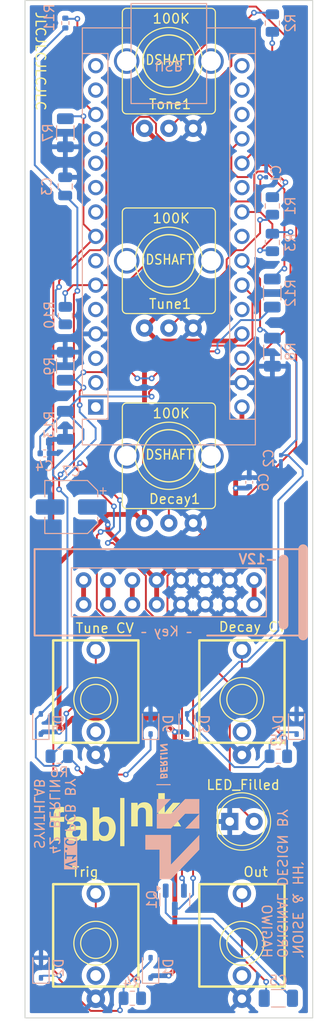
<source format=kicad_pcb>
(kicad_pcb (version 20240108) (generator "pcbnew") (generator_version "8.0")
  (layers (0 "F.Cu" signal) (31 "B.Cu" signal) (34 "B.Paste" user) (35 "F.Paste" user) (36 "B.SilkS" user "B.Silkscreen") (37 "F.SilkS" user "F.Silkscreen") (38 "B.Mask" user) (39 "F.Mask" user) (44 "Edge.Cuts" user))
  (net 0 "")
  (net 1 "A3")
  (net 2 "GND")
  (net 3 "A5")
  (net 7 "A1")
  (net 9 "+5V")
  (net 10 "D10")
  (net 14 "A0")
  (net 15 "D5")
  (net 19 "D3")
  (net 20 "A6")
  (net 29 "+12V")
  (net 30 "Net-(Q1-C)")
  (net 31 "Net-(Q1-B)")
  (net 32 "Net-(C5-Pad2)")
  (net 33 "Net-(Q1-E)")
  (net 34 "Net-(D7-A)")
  (net 35 "Net-(Decay1-Pad2)")
  (net 36 "Net-(J1-PadT)")
  (net 39 "Net-(J2-PadT)")
  (net 41 "Net-(J3-PadT)")
  (net 42 "Net-(J4-P16)")
  (net 43 "Net-(J4-P1)")
  (net 44 "Net-(J4-P3)")
  (net 45 "Net-(J4-P6)")
  (net 47 "Net-(R1-Pad1)")
  (net 48 "Net-(R2-Pad1)")
  (footprint "Library:EighthInch_PJ398SM_T_TN_S" (layer "F.Cu") (at 58.434 149.036343 -90)
    (property "Reference" "J1" (hide yes))
    (property "Value" "Trig")
  )
  (footprint "Library:EighthInch_PJ398SM_T_TN_S" (layer "F.Cu") (at 58.434 123.636343 -90)
    (property "Reference" "J3" (hide yes))
    (property "Value" "Tune CV")
  )
  (footprint "Library:Pot_9mm_DShaft_RemovedPins4_5" (layer "F.Cu") (at 66.053837 98.2345 180)
    (property "Reference" "Decay1")
    (property "Value" "100K")
  )
  (footprint "Library:EighthInch_PJ398SM_T_TN_S" (layer "F.Cu") (at 73.674 149.036343 -90)
    (property "Reference" "J5" (hide yes))
    (property "Value" "Out")
  )
  (footprint "Library:EighthInch_PJ398SM_T_TN_S" (layer "F.Cu") (at 73.674 123.636343 -90)
    (property "Reference" "J2" (hide yes))
    (property "Value" "Decay CV")
  )
  (footprint "LED_THT:LED_D5.0mm" (layer "F.Cu") (at 72.404 136.336343)
    (property "Reference" "D7" (hide yes))
    (property "Value" "LED_Filled")
  )
  (footprint "Library:Pot_9mm_DShaft_RemovedPins4_5" (layer "F.Cu") (at 66.054 77.916343 180)
    (property "Reference" "Tune1")
    (property "Value" "100K")
  )
  (footprint "Library:Pot_9mm_DShaft_RemovedPins4_5" (layer "F.Cu") (at 66.053837 57.1119 180)
    (property "Reference" "Tone1")
    (property "Value" "100K")
  )
  (footprint "Capacitor_SMD:C_0805_2012Metric" (layer "B.Cu") (at 55.245 70.17 90)
    (property "Reference" "C3")
    (property "Value" "22nF (223)")
  )
  (footprint "Resistor_SMD:R_0402_1005Metric" (layer "B.Cu") (at 55.259 53.151343 -90)
    (property "Reference" "R11")
    (property "Value" "470")
  )
  (footprint "Capacitor_SMD:C_0201_0603Metric" (layer "B.Cu") (at 77.738 98.490343 -90)
    (property "Reference" "C2")
    (property "Value" "100pF (101)")
  )
  (footprint "Diode_SMD:D_SOD-323" (layer "B.Cu") (at 64.149 126.176343 90)
    (property "Reference" "D6")
    (property "Value" "BAT43")
  )
  (footprint "Package_TO_SOT_SMD:SOT-23" (layer "B.Cu") (at 66.675 144.4775 -90)
    (property "Reference" "Q1")
    (property "Value" "2SC1815")
  )
  (footprint "Capacitor_SMD:C_1206_3216Metric" (layer "B.Cu") (at 77.47 154.751343 180)
    (property "Reference" "C5")
    (property "Value" "2.2uF (225)")
  )
  (footprint "Library:Pins_2x08_2.54mm_TH_EuroPower_Shrouded_Minimal" (layer "B.Cu") (at 66.054 112.460343 -90)
    (property "Reference" "J4" (hide yes))
    (property "Value" "Eurorack_Power_16pin_Shrouded" (hide yes))
  )
  (footprint "Resistor_SMD:R_1206_3216Metric" (layer "B.Cu") (at 76.849 87.441343 -90)
    (property "Reference" "R8")
    (property "Value" "100K")
  )
  (footprint "Resistor_SMD:R_1206_3216Metric" (layer "B.Cu") (at 76.835 81.28 -90)
    (property "Reference" "R12")
    (property "Value" "2.7K")
  )
  (footprint "Diode_SMD:D_SOD-323" (layer "B.Cu") (at 64.149 151.576343 90)
    (property "Reference" "D1")
    (property "Value" "BAT43")
  )
  (footprint "Resistor_SMD:R_1206_3216Metric" (layer "B.Cu") (at 55.259 64.581343 -90)
    (property "Reference" "R7")
    (property "Value" "100K")
  )
  (footprint "Diode_SMD:D_SOD-323" (layer "B.Cu") (at 52.705 126.176343 90)
    (property "Reference" "D5")
    (property "Value" "BAT43")
  )
  (footprint "Capacitor_SMD:C_0201_0603Metric" (layer "B.Cu") (at 76.2 68.895 90)
    (property "Reference" "C1")
    (property "Value" "100pF (101)")
  )
  (footprint "Capacitor_SMD:CP_Elec_5x5.4" (layer "B.Cu") (at 55.88 103.570343 180)
    (property "Reference" "C7")
    (property "Value" "10uF")
  )
  (footprint "Diode_SMD:D_SOD-323" (layer "B.Cu") (at 67.959 126.176343 90)
    (property "Reference" "D3")
    (property "Value" "BAT43")
  )
  (footprint "Resistor_SMD:R_1206_3216Metric" (layer "B.Cu") (at 55.245 88.9 90)
    (property "Reference" "R9")
    (property "Value" "100K")
  )
  (footprint "Capacitor_SMD:C_0402_1005Metric" (layer "B.Cu") (at 74.436 100.990343 90)
    (property "Reference" "C6")
    (property "Value" "100nF (104)")
  )
  (footprint "Diode_SMD:D_SOD-323" (layer "B.Cu") (at 52.719 151.576343 90)
    (property "Reference" "D2")
    (property "Value" "BAT43")
  )
  (footprint "Resistor_SMD:R_0805_2012Metric" (layer "B.Cu") (at 76.849 76.011343 -90)
    (property "Reference" "R3")
    (property "Value" "1K")
  )
  (footprint "Diode_SMD:D_SOD-323" (layer "B.Cu") (at 79.375 126.176343 90)
    (property "Reference" "D4")
    (property "Value" "BAT43")
  )
  (footprint "Resistor_SMD:R_0805_2012Metric" (layer "B.Cu") (at 54.624 129.54)
    (property "Reference" "R6")
    (property "Value" "1K")
  )
  (footprint "Resistor_SMD:R_0805_2012Metric" (layer "B.Cu") (at 55.259 83.631343 90)
    (property "Reference" "R10")
    (property "Value" "33K")
  )
  (footprint "Resistor_SMD:R_0805_2012Metric" (layer "B.Cu") (at 77.47 129.54 180)
    (property "Reference" "R5")
    (property "Value" "1K")
  )
  (footprint "Resistor_SMD:R_1206_3216Metric" (layer "B.Cu") (at 55.259 95.061343 90)
    (property "Reference" "R13")
    (property "Value" "100K")
  )
  (footprint "Resistor_SMD:R_0805_2012Metric" (layer "B.Cu") (at 62.244 154.751343 180)
    (property "Reference" "R4")
    (property "Value" "1K")
  )
  (footprint "Capacitor_SMD:C_0402_1005Metric" (layer "B.Cu") (at 53.12 97.982343)
    (property "Reference" "C4")
    (property "Value" "3.3nF (332)")
  )
  (footprint "Resistor_SMD:R_0805_2012Metric" (layer "B.Cu") (at 76.849 72.201343 90)
    (property "Reference" "R1")
    (property "Value" "1K")
  )
  (footprint "Resistor_SMD:R_0805_2012Metric" (layer "B.Cu") (at 76.849 53.151343 -90)
    (property "Reference" "R2")
    (property "Value" "1K")
  )
  (footprint "Module:Arduino_Nano" (layer "B.Cu") (at 58.434 93.156343)
    (property "Reference" "A1" (hide yes))
    (property "Value" "Arduino_Nano_v3.x")
  )
  (gr_poly (pts (xy 65.298539 129.707469) (xy 65.298539 129.472678) (xy 65.145305 129.490854) (xy 65.145305 129.899318) (xy 65.933269 129.806292) (xy 65.933269 129.632538)) (fill solid) (layer "B.SilkS"))
  (gr_poly (pts (xy 65.780035 130.644332) (xy 65.780035 130.937306) (xy 65.627524 130.959133) (xy 65.627524 130.676321) (xy 65.473561 130.698148) (xy 65.473561 130.980167) (xy 65.298539 131.004139) (xy 65.298539 130.706165) (xy 65.144575 130.727199) (xy 65.144575 131.227342) (xy 65.933269 131.117566) (xy 65.933269 130.622584)) (fill solid) (layer "B.SilkS"))
  (gr_poly (pts (xy 65.932832 130.227849) (xy 65.932178 130.214467) (xy 65.931137 130.201162) (xy 65.929636 130.187953) (xy 65.927603 130.174861) (xy 65.924966 130.161907) (xy 65.921652 130.149112) (xy 65.91759 130.136494) (xy 65.912706 130.124076) (xy 65.906928 130.111877) (xy 65.900184 130.099919) (xy 65.892402 130.088221) (xy 65.883509 130.076803) (xy 65.873433 130.065687) (xy 65.862101 130.054893) (xy 65.856525 130.049972) (xy 65.85041 130.04506) (xy 65.843743 130.0402) (xy 65.836514 130.035434) (xy 65.82871 130.030805) (xy 65.820319 130.026355) (xy 65.811331 130.022126) (xy 65.801733 130.018163) (xy 65.791515 130.014506) (xy 65.780663 130.011198) (xy 65.769166 130.008283) (xy 65.757013 130.005802) (xy 65.744192 130.003799) (xy 65.730692 130.002315) (xy 65.7165 130.001394) (xy 65.709141 130.001157) (xy 65.701605 130.001077) (xy 65.687767 130.001364) (xy 65.67431 130.002214) (xy 65.661237 130.003607) (xy 65.648555 130.005526) (xy 65.636269 130.007952) (xy 65.624384 130.010868) (xy 65.612905 130.014254) (xy 65.601837 130.018093) (xy 65.591187 130.022366) (xy 65.580959 130.027056) (xy 65.571159 130.032143) (xy 65.561792 130.03761) (xy 65.552863 130.043439) (xy 65.544377 130.04961) (xy 65.536341 130.056107) (xy 65.528758 130.062909) (xy 65.522622 130.069183) (xy 65.516748 130.075724) (xy 65.511139 130.08251) (xy 65.505801 130.089519) (xy 65.50074 130.096729) (xy 65.495961 130.104116) (xy 65.49147 130.11166) (xy 65.487271 130.119336) (xy 65.483369 130.127123) (xy 65.479771 130.134998) (xy 65.476481 130.142939) (xy 65.473505 130.150924) (xy 65.470849 130.158929) (xy 65.468516 130.166933) (xy 65.466513 130.174913) (xy 65.464845 130.182846) (xy 65.144575 129.988775) (xy 65.144575 130.191577) (xy 65.455407 130.373266) (xy 65.144575 130.409621) (xy 65.144575 130.583292) (xy 65.57524 130.532885) (xy 65.57524 130.359456) (xy 65.57524 130.316592) (xy 65.575444 130.305334) (xy 65.575738 130.299291) (xy 65.576193 130.293024) (xy 65.576835 130.286574) (xy 65.57769 130.279979) (xy 65.578783 130.27328) (xy 65.58014 130.266517) (xy 65.581787 130.259728) (xy 65.583748 130.252954) (xy 65.58605 130.246233) (xy 65.588718 130.239607) (xy 65.591778 130.233114) (xy 65.595254 130.226795) (xy 65.599174 130.220688) (xy 65.603561 130.214833) (xy 65.605903 130.212034) (xy 65.608299 130.209364) (xy 65.610747 130.206821) (xy 65.613244 130.204402) (xy 65.615789 130.202105) (xy 65.618379 130.199926) (xy 65.623692 130.195914) (xy 65.629166 130.192346) (xy 65.634787 130.189199) (xy 65.64054 130.186453) (xy 65.646409 130.184087) (xy 65.652381 130.182078) (xy 65.658441 130.180407) (xy 65.664572 130.179051) (xy 65.670761 130.177989) (xy 65.676993 130.1772) (xy 65.683252 130.176663) (xy 65.689524 130.176356) (xy 65.695795 130.176259) (xy 65.700505 130.176332) (xy 65.705358 130.17657) (xy 65.710326 130.177001) (xy 65.71538 130.177652) (xy 65.720494 130.178551) (xy 65.725641 130.179724) (xy 65.730791 130.181199) (xy 65.735918 130.183005) (xy 65.740993 130.185167) (xy 65.745991 130.187714) (xy 65.750881 130.190673) (xy 65.753278 130.192316) (xy 65.755638 130.194072) (xy 65.757958 130.195945) (xy 65.760233 130.197938) (xy 65.762462 130.200054) (xy 65.764639 130.202298) (xy 65.766763 130.204672) (xy 65.768828 130.20718) (xy 65.770833 130.209825) (xy 65.772773 130.212611) (xy 65.775499 130.216956) (xy 65.777964 130.221534) (xy 65.78018 130.226339) (xy 65.782159 130.231367) (xy 65.783913 130.236613) (xy 65.785452 130.24207) (xy 65.786789 130.247734) (xy 65.787935 130.253599) (xy 65.788903 130.25966) (xy 65.789704 130.265913) (xy 65.790349 130.272351) (xy 65.790851 130.278971) (xy 65.791221 130.285765) (xy 65.79147 130.29273) (xy 65.791656 130.307148) (xy 65.791656 130.333261) (xy 65.57524 130.359456) (xy 65.57524 130.532885) (xy 65.933269 130.490979) (xy 65.933269 130.254759)) (fill solid) (layer "B.SilkS"))
  (gr_poly (pts (xy 67.755425 137.071921) (xy 69.234777 137.071921) (xy 69.234777 135.532427)) (fill solid) (layer "B.SilkS"))
  (gr_poly (pts (xy 65.145305 129.216773) (xy 65.145305 129.390524) (xy 65.933269 129.298212) (xy 65.933269 129.12446)) (fill solid) (layer "B.SilkS"))
  (gr_poly (pts (xy 65.932924 131.531637) (xy 65.932412 131.521288) (xy 65.931602 131.51071) (xy 65.930438 131.499957) (xy 65.928867 131.489083) (xy 65.926834 131.478144) (xy 65.924285 131.467193) (xy 65.921165 131.456285) (xy 65.917421 131.445473) (xy 65.912999 131.434814) (xy 65.907843 131.42436) (xy 65.901899 131.414168) (xy 65.895114 131.404289) (xy 65.891389 131.399485) (xy 65.887433 131.394781) (xy 65.88324 131.390182) (xy 65.878802 131.385695) (xy 65.873416 131.380715) (xy 65.867608 131.375879) (xy 65.86138 131.371213) (xy 65.854736 131.366741) (xy 65.847679 131.362486) (xy 65.840213 131.358475) (xy 65.83234 131.35473) (xy 65.824064 131.351276) (xy 65.815387 131.348137) (xy 65.806314 131.345338) (xy 65.796847 131.342903) (xy 65.78699 131.340856) (xy 65.776745 131.339222) (xy 65.766117 131.338025) (xy 65.755108 131.337288) (xy 65.743721 131.337037) (xy 65.734317 131.337181) (xy 65.725164 131.33761) (xy 65.716257 131.338321) (xy 65.707593 131.339312) (xy 65.699167 131.340579) (xy 65.690975 131.342119) (xy 65.683012 131.343929) (xy 65.675275 131.346007) (xy 65.66776 131.348349) (xy 65.660461 131.350952) (xy 65.653375 131.353813) (xy 65.646498 131.356929) (xy 65.639826 131.360297) (xy 65.633353 131.363914) (xy 65.627077 131.367777) (xy 65.620992 131.371884) (xy 65.614537 131.376562) (xy 65.608511 131.381333) (xy 65.602897 131.386184) (xy 65.597681 131.391103) (xy 65.592849 131.396079) (xy 65.588384 131.401099) (xy 65.584273 131.406151) (xy 65.580501 131.411223) (xy 65.577052 131.416305) (xy 65.573911 131.421382) (xy 65.571064 131.426444) (xy 65.568496 131.431478) (xy 65.566192 131.436473) (xy 65.564137 131.441416) (xy 65.562316 131.446296) (xy 65.560714 131.451101) (xy 65.558835 131.444001) (xy 65.556748 131.437139) (xy 65.554468 131.430513) (xy 65.552008 131.424122) (xy 65.549382 131.417965) (xy 65.546604 131.41204) (xy 65.543688 131.406348) (xy 65.540648 131.400886) (xy 65.537496 131.395654) (xy 65.534248 131.39065) (xy 65.530917 131.385875) (xy 65.527517 131.381326) (xy 65.524062 131.377002) (xy 65.520565 131.372904) (xy 65.517041 131.369028) (xy 65.513502 131.365375) (xy 65.506794 131.359073) (xy 65.500002 131.353254) (xy 65.493113 131.347909) (xy 65.486111 131.343026) (xy 65.478981 131.338596) (xy 65.471708 131.334607) (xy 65.464279 131.331049) (xy 65.456677 131.327911) (xy 65.448887 131.325181) (xy 65.440896 131.322851) (xy 65.432687 131.320909) (xy 65.424247 131.319343) (xy 65.415559 131.318144) (xy 65.40661 131.317301) (xy 65.397385 131.316803) (xy 65.387867 131.31664) (xy 65.372547 131.316998) (xy 65.357898 131.318041) (xy 65.343914 131.319722) (xy 65.330585 131.321991) (xy 65.317903 131.324801) (xy 65.305859 131.328104) (xy 65.294445 131.331852) (xy 65.283652 131.335997) (xy 65.273472 131.34049) (xy 65.263896 131.345285) (xy 65.254916 131.350332) (xy 65.246524 131.355583) (xy 65.23871 131.360992) (xy 65.231466 131.366509) (xy 65.224784 131.372087) (xy 65.218656 131.377678) (xy 65.212948 131.383348) (xy 65.20753 131.389178) (xy 65.202397 131.39516) (xy 65.19754 131.401287) (xy 65.188625 131.413953) (xy 65.18073 131.427119) (xy 65.173797 131.440733) (xy 65.167768 131.454739) (xy 65.162585 131.469084) (xy 65.158193 131.483712) (xy 65.154532 131.498571) (xy 65.151545 131.513605) (xy 65.149176 131.52876) (xy 65.147366 131.543982) (xy 65.146059 131.559216) (xy 65.145196 131.574409) (xy 65.144721 131.589505) (xy 65.144575 131.604452) (xy 65.144575 131.884328) (xy 65.286918 131.867668) (xy 65.286918 131.693908) (xy 65.286918 131.630646) (xy 65.287125 131.617521) (xy 65.287895 131.603034) (xy 65.288559 131.595451) (xy 65.289447 131.587732) (xy 65.290586 131.579944) (xy 65.292003 131.572156) (xy 65.293727 131.564436) (xy 65.295785 131.556852) (xy 65.298204 131.549472) (xy 65.301013 131.542364) (xy 65.304238 131.535596) (xy 65.307908 131.529236) (xy 65.309918 131.52623) (xy 65.31205 131.523352) (xy 65.314307 131.52061) (xy 65.316692 131.518012) (xy 65.318618 131.516036) (xy 65.320862 131.513939) (xy 65.323436 131.511756) (xy 65.326351 131.509522) (xy 65.329619 131.50727) (xy 65.333252 131.505034) (xy 65.337262 131.502849) (xy 65.339411 131.501786) (xy 65.341659 131.500749) (xy 65.344007 131.499741) (xy 65.346457 131.498768) (xy 65.34901 131.497832) (xy 65.351666 131.49694) (xy 65.354429 131.496094) (xy 65.357299 131.495299) (xy 65.360278 131.49456) (xy 65.363367 131.49388) (xy 65.366568 131.493265) (xy 65.369882 131.492717) (xy 65.373311 131.492242) (xy 65.376856 131.491844) (xy 65.380518 131.491527) (xy 65.384299 131.491295) (xy 65.388201 131.491153) (xy 65.392225 131.491105) (xy 65.395446 131.49115) (xy 65.398833 131.491294) (xy 65.402362 131.491551) (xy 65.406011 131.491936) (xy 65.409758 131.49246) (xy 65.413581 131.493139) (xy 65.417457 131.493985) (xy 65.421364 131.495014) (xy 65.425279 131.496237) (xy 65.429181 131.49767) (xy 65.433046 131.499325) (xy 65.436853 131.501217) (xy 65.44058 131.50336) (xy 65.444203 131.505766) (xy 65.4477 131.50845) (xy 65.45105 131.511425) (xy 65.453429 131.513825) (xy 65.455669 131.516375) (xy 65.457771 131.519063) (xy 65.459743 131.521877) (xy 65.461586 131.524804) (xy 65.463306 131.527834) (xy 65.466392 131.534153) (xy 65.469037 131.540739) (xy 65.471272 131.547498) (xy 65.473133 131.554334) (xy 65.474654 131.561153) (xy 65.475868 131.56786) (xy 65.47681 131.574362) (xy 65.477514 131.580562) (xy 65.478013 131.586367) (xy 65.478535 131.596411) (xy 65.478648 131.603737) (xy 65.478648 131.671365) (xy 65.286918 131.693908) (xy 65.286918 131.867668) (xy 65.612999 131.829502) (xy 65.612999 131.656125) (xy 65.612999 131.620486) (xy 65.613206 131.609096) (xy 65.613506 131.603087) (xy 65.613975 131.596919) (xy 65.61464 131.590631) (xy 65.615528 131.584262) (xy 65.616667 131.57785) (xy 65.618085 131.571432) (xy 65.619809 131.565048) (xy 65.621867 131.558736) (xy 65.624287 131.552534) (xy 65.627096 131.546481) (xy 65.630323 131.540615) (xy 65.633993 131.534974) (xy 65.638137 131.529597) (xy 65.640394 131.527019) (xy 65.64278 131.524521) (xy 65.646044 131.521467) (xy 65.64956 131.518587) (xy 65.653309 131.515885) (xy 65.657269 131.513363) (xy 65.66142 131.511025) (xy 65.665743 131.508873) (xy 65.670217 131.506912) (xy 65.674822 131.505144) (xy 65.679537 131.503572) (xy 65.684343 131.502199) (xy 65.68922 131.501029) (xy 65.694146 131.500065) (xy 65.699102 131.499309) (xy 65.704068 131.498766) (xy 65.709023 131.498437) (xy 65.713948 131.498327) (xy 65.719771 131.498485) (xy 65.725263 131.498941) (xy 65.730434 131.499669) (xy 65.735294 131.500645) (xy 65.739851 131.501843) (xy 65.744115 131.503237) (xy 65.748097 131.504802) (xy 65.751805 131.506513) (xy 65.755249 131.508344) (xy 65.758439 131.510269) (xy 65.761384 131.512263) (xy 65.764094 131.514301) (xy 65.766578 131.516357) (xy 65.768846 131.518406) (xy 65.770908 131.520421) (xy 65.772773 131.522379) (xy 65.774425 131.524379) (xy 65.775978 131.526431) (xy 65.777434 131.528534) (xy 65.778798 131.530685) (xy 65.781259 131.535119) (xy 65.783385 131.539711) (xy 65.7852 131.544441) (xy 65.786728 131.549286) (xy 65.787995 131.554226) (xy 65.789025 131.559238) (xy 65.789841 131.564302) (xy 65.79047 131.569395) (xy 65.790934 131.574496) (xy 65.791259 131.579584) (xy 65.79159 131.589634) (xy 65.791656 131.599373) (xy 65.791656 131.635726) (xy 65.612999 131.656125) (xy 65.612999 131.829502) (xy 65.933269 131.792016) (xy 65.933269 131.55143)) (fill solid) (layer "B.SilkS"))
  (gr_poly (pts (xy 66.276073 140.812412) (xy 66.276073 137.731972) (xy 63.599152 137.731972) (xy 63.599152 139.272188) (xy 65.078503 139.272188) (xy 65.078503 142.351906) (xy 66.276073 142.351906) (xy 69.234777 139.272188) (xy 69.234777 137.731972)) (fill solid) (layer "B.SilkS"))
  (gr_poly (pts (xy 65.420546 128.457869) (xy 65.933269 128.396829) (xy 65.933269 128.223157) (xy 65.144575 128.31547) (xy 65.144575 128.466599) (xy 65.660203 128.815532) (xy 65.144575 128.875143) (xy 65.144575 129.048815) (xy 65.933269 128.955073) (xy 65.933269 128.803864)) (fill solid) (layer "B.SilkS"))
  (gr_poly (pts (xy 64.749518 132.44035) (xy 64.749518 132.558064) (xy 66.233949 132.558064) (xy 66.233949 132.44035)) (fill solid) (layer "B.SilkS"))
  (gr_poly (pts (xy 67.755425 133.992211) (xy 66.276073 135.532427) (xy 64.796722 135.532427) (xy 64.796722 137.071921) (xy 66.276073 137.071921) (xy 67.755425 135.532427) (xy 69.234777 135.532427) (xy 69.234777 133.992211)) (fill solid) (layer "B.SilkS"))
  (gr_poly (pts (xy 64.79669 133.99229) (xy 64.79669 135.532475) (xy 66.276042 133.99229)) (fill solid) (layer "B.SilkS"))
  (gr_poly (pts (xy 58.806443 136.129968) (xy 58.827398 136.100241) (xy 58.850678 136.070747) (xy 58.876439 136.041718) (xy 58.904835 136.013386) (xy 58.92007 135.999554) (xy 58.936022 135.985984) (xy 58.95271 135.972705) (xy 58.970154 135.959746) (xy 58.988373 135.947135) (xy 59.007387 135.934902) (xy 59.027215 135.923076) (xy 59.047876 135.911687) (xy 59.069389 135.900762) (xy 59.091775 135.890331) (xy 59.115052 135.880424) (xy 59.139239 135.871069) (xy 59.164357 135.862295) (xy 59.190425 135.854132) (xy 59.217461 135.846608) (xy 59.245486 135.839753) (xy 59.274519 135.833595) (xy 59.304578 135.828164) (xy 59.335684 135.823489) (xy 59.367856 135.819599) (xy 59.401113 135.816523) (xy 59.435475 135.814289) (xy 59.47096 135.812928) (xy 59.507589 135.812468) (xy 59.569834 135.814083) (xy 59.630065 135.818876) (xy 59.688287 135.826769) (xy 59.7445 135.837686) (xy 59.798707 135.851548) (xy 59.850911 135.868278) (xy 59.901114 135.887799) (xy 59.949319 135.910033) (xy 59.995528 135.934902) (xy 60.039743 135.962329) (xy 60.081967 135.992237) (xy 60.122203 136.024548) (xy 60.160452 136.059184) (xy 60.196717 136.096068) (xy 60.231 136.135123) (xy 60.263305 136.17627) (xy 60.293633 136.219433) (xy 60.321987 136.264533) (xy 60.348369 136.311494) (xy 60.372782 136.360238) (xy 60.395227 136.410687) (xy 60.415708 136.462764) (xy 60.434228 136.516392) (xy 60.450787 136.571492) (xy 60.465389 136.627987) (xy 60.478037 136.6858) (xy 60.488732 136.744853) (xy 60.497477 136.805069) (xy 60.504274 136.86637) (xy 60.509127 136.928679) (xy 60.513005 137.05601) (xy 60.508674 137.184381) (xy 60.49572 137.31093) (xy 60.4742 137.434766) (xy 60.444172 137.554997) (xy 60.405696 137.670733) (xy 60.358829 137.781082) (xy 60.303629 137.885152) (xy 60.272922 137.934553) (xy 60.240154 137.982051) (xy 60.205332 138.027534) (xy 60.168463 138.07089) (xy 60.129554 138.112007) (xy 60.088613 138.150775) (xy 60.045647 138.187082) (xy 60.000663 138.220816) (xy 59.953668 138.251866) (xy 59.904671 138.280121) (xy 59.853677 138.305469) (xy 59.800694 138.327799) (xy 59.74573 138.346999) (xy 59.688792 138.362958) (xy 59.629887 138.375565) (xy 59.569023 138.384707) (xy 59.506205 138.390275) (xy 59.441443 138.392155) (xy 59.374429 138.390922) (xy 59.312123 138.387246) (xy 59.254274 138.381168) (xy 59.200631 138.372725) (xy 59.150941 138.361957) (xy 59.104952 138.348902) (xy 59.062413 138.333599) (xy 59.023071 138.316087) (xy 58.986674 138.296405) (xy 58.952972 138.274591) (xy 58.921711 138.250684) (xy 58.892639 138.224723) (xy 58.865506 138.196747) (xy 58.840059 138.166794) (xy 58.816045 138.134904) (xy 58.793214 138.101114) (xy 58.79262 138.131422) (xy 58.79094 138.162506) (xy 58.788331 138.193899) (xy 58.784946 138.225138) (xy 58.780941 138.255756) (xy 58.776471 138.285289) (xy 58.771691 138.313272) (xy 58.766755 138.33924) (xy 58.118526 138.33924) (xy 58.118526 137.532261) (xy 58.118526 137.108926) (xy 58.766755 137.108926) (xy 58.768189 137.184829) (xy 58.772646 137.258504) (xy 58.780359 137.329581) (xy 58.79156 137.397694) (xy 58.806482 137.462474) (xy 58.825357 137.523552) (xy 58.848417 137.580561) (xy 58.86159 137.607424) (xy 58.875896 137.633132) (xy 58.891365 137.657638) (xy 58.908026 137.680897) (xy 58.925908 137.702862) (xy 58.945039 137.723488) (xy 58.96545 137.742728) (xy 58.987168 137.760537) (xy 59.010224 137.776868) (xy 59.034646 137.791675) (xy 59.060463 137.804913) (xy 59.087705 137.816535) (xy 59.1164 137.826495) (xy 59.146577 137.834748) (xy 59.178266 137.841246) (xy 59.211496 137.845945) (xy 59.246295 137.848798) (xy 59.282693 137.84976) (xy 59.315637 137.848872) (xy 59.347499 137.846226) (xy 59.37828 137.841846) (xy 59.407983 137.835755) (xy 59.43661 137.827979) (xy 59.464165 137.818541) (xy 59.490648 137.807465) (xy 59.516064 137.794776) (xy 59.540414 137.780498) (xy 59.5637 137.764655) (xy 59.585925 137.747272) (xy 59.607092 137.728372) (xy 59.627203 137.70798) (xy 59.64626 137.68612) (xy 59.664265 137.662816) (xy 59.681222 137.638093) (xy 59.697132 137.611975) (xy 59.711998 137.584485) (xy 59.725823 137.555649) (xy 59.738609 137.52549) (xy 59.750357 137.494033) (xy 59.761072 137.461302) (xy 59.770754 137.42732) (xy 59.779407 137.392113) (xy 59.787033 137.355705) (xy 59.793634 137.318119) (xy 59.799213 137.279381) (xy 59.803772 137.239513) (xy 59.807314 137.198541) (xy 59.809841 137.156488) (xy 59.81186 137.069239) (xy 59.80999 136.993633) (xy 59.804341 136.920799) (xy 59.794855 136.851026) (xy 59.781474 136.784605) (xy 59.76414 136.721828) (xy 59.742794 136.662985) (xy 59.717379 136.608366) (xy 59.703127 136.582732) (xy 59.687836 136.558262) (xy 59.671499 136.534995) (xy 59.654108 136.512965) (xy 59.635656 136.492209) (xy 59.616135 136.472764) (xy 59.595539 136.454665) (xy 59.573861 136.43795) (xy 59.551092 136.422654) (xy 59.527226 136.408814) (xy 59.502255 136.396466) (xy 59.476173 136.385647) (xy 59.448971 136.376392) (xy 59.420643 136.368739) (xy 59.391182 136.362723) (xy 59.360579 136.358381) (xy 59.328828 136.355749) (xy 59.295922 136.354864) (xy 59.259486 136.3556) (xy 59.224576 136.357809) (xy 59.191168 136.361491) (xy 59.159238 136.366646) (xy 59.128761 136.373274) (xy 59.099713 136.381374) (xy 59.07207 136.390947) (xy 59.045808 136.401993) (xy 59.020902 136.414511) (xy 58.997329 136.428503) (xy 58.975064 136.443967) (xy 58.954082 136.460904) (xy 58.934361 136.479314) (xy 58.915874 136.499196) (xy 58.898599 136.520552) (xy 58.882511 136.54338) (xy 58.867585 136.56768) (xy 58.853798 136.593454) (xy 58.841125 136.620701) (xy 58.829542 136.64942) (xy 58.819025 136.679612) (xy 58.80955 136.711276) (xy 58.801092 136.744414) (xy 58.793627 136.779024) (xy 58.787131 136.815107) (xy 58.78158 136.852663) (xy 58.773215 136.932193) (xy 58.768338 137.017614) (xy 58.766755 137.108926) (xy 58.118526 137.108926) (xy 58.118527 134.859968) (xy 58.806443 134.859968)) (fill solid) (layer "F.SilkS"))
  (gr_poly (pts (xy 54.856349 134.807646) (xy 54.901772 134.809325) (xy 54.946576 134.811935) (xy 54.989829 134.81532) (xy 55.030602 134.819325) (xy 55.067964 134.823795) (xy 55.100985 134.828575) (xy 55.128735 134.83351) (xy 55.128735 135.375906) (xy 55.121142 135.375757) (xy 55.113258 135.375337) (xy 55.096696 135.373839) (xy 55.079203 135.37172) (xy 55.060936 135.369291) (xy 55.042048 135.366862) (xy 55.022695 135.364744) (xy 55.012893 135.363898) (xy 55.003032 135.363245) (xy 54.993133 135.362825) (xy 54.983214 135.362677) (xy 54.947393 135.36363) (xy 54.93051 135.364846) (xy 54.914304 135.366578) (xy 54.898766 135.368844) (xy 54.883889 135.371659) (xy 54.869666 135.375041) (xy 54.85609 135.379006) (xy 54.843154 135.383573) (xy 54.830849 135.388757) (xy 54.81917 135.394576) (xy 54.808109 135.401046) (xy 54.797657 135.408185) (xy 54.787809 135.41601) (xy 54.778557 135.424537) (xy 54.769894 135.433783) (xy 54.761812 135.443766) (xy 54.754304 135.454502) (xy 54.747362 135.466009) (xy 54.740981 135.478303) (xy 54.735152 135.491401) (xy 54.729867 135.50532) (xy 54.725121 135.520077) (xy 54.720905 135.535689) (xy 54.717212 135.552174) (xy 54.714035 135.569547) (xy 54.711367 135.587826) (xy 54.7092 135.607029) (xy 54.706341 135.64827) (xy 54.705402 135.693406) (xy 54.705402 135.852156) (xy 55.141964 135.852156) (xy 55.141964 136.368094) (xy 54.718631 136.368094) (xy 54.718631 138.32601) (xy 54.043943 138.33924) (xy 54.043943 136.381323) (xy 53.673527 136.381323) (xy 53.673527 135.865385) (xy 54.030714 135.865385) (xy 54.030714 135.653718) (xy 54.033666 135.561366) (xy 54.042548 135.473006) (xy 54.057399 135.388909) (xy 54.067074 135.348544) (xy 54.078257 135.309347) (xy 54.09095 135.271351) (xy 54.105161 135.23459) (xy 54.120892 135.199099) (xy 54.13815 135.164911) (xy 54.156938 135.13206) (xy 54.177262 135.10058) (xy 54.199127 135.070505) (xy 54.222537 135.041869) (xy 54.247498 135.014706) (xy 54.274013 134.989049) (xy 54.302089 134.964933) (xy 54.331729 134.942392) (xy 54.36294 134.921459) (xy 54.395724 134.902168) (xy 54.430088 134.884554) (xy 54.466037 134.86865) (xy 54.503574 134.85449) (xy 54.542705 134.842107) (xy 54.583435 134.831537) (xy 54.625768 134.822813) (xy 54.66971 134.815968) (xy 54.715266 134.811037) (xy 54.762439 134.808053) (xy 54.811235 134.807051)) (fill solid) (layer "F.SilkS"))
  (gr_poly (pts (xy 63.574673 134.331769) (xy 63.61913 134.334668) (xy 63.662594 134.339489) (xy 63.705032 134.346227) (xy 63.746415 134.354874) (xy 63.78671 134.365422) (xy 63.825886 134.377864) (xy 63.863912 134.392193) (xy 63.900755 134.408402) (xy 63.936384 134.426484) (xy 63.970769 134.44643) (xy 64.003877 134.468235) (xy 64.035677 134.49189) (xy 64.066137 134.517389) (xy 64.095227 134.544724) (xy 64.122914 134.573888) (xy 64.149166 134.604873) (xy 64.173954 134.637672) (xy 64.197244 134.672279) (xy 64.219006 134.708686) (xy 64.239208 134.746885) (xy 64.257818 134.786869) (xy 64.274805 134.828631) (xy 64.290138 134.872164) (xy 64.303785 134.91746) (xy 64.315715 134.964513) (xy 64.325895 135.013315) (xy 64.334296 135.063858) (xy 64.340884 135.116135) (xy 64.345629 135.17014) (xy 64.348499 135.225865) (xy 64.349463 135.283302) (xy 64.349463 136.844343) (xy 63.661547 136.844343) (xy 63.661547 135.362677) (xy 63.660433 135.311546) (xy 63.656974 135.26245) (xy 63.650995 135.215564) (xy 63.642323 135.171061) (xy 63.630783 135.129115) (xy 63.623883 135.109157) (xy 63.616201 135.089903) (xy 63.607714 135.071375) (xy 63.598402 135.053597) (xy 63.588241 135.036588) (xy 63.577211 135.020372) (xy 63.56529 135.00497) (xy 63.552455 134.990403) (xy 63.538685 134.976694) (xy 63.523959 134.963864) (xy 63.508253 134.951935) (xy 63.491548 134.940929) (xy 63.47382 134.930868) (xy 63.455048 134.921773) (xy 63.43521 134.913667) (xy 63.414285 134.906571) (xy 63.39225 134.900506) (xy 63.369084 134.895496) (xy 63.344765 134.891561) (xy 63.319271 134.888723) (xy 63.292581 134.887004) (xy 63.264672 134.886427) (xy 63.236611 134.886895) (xy 63.209478 134.888316) (xy 63.18327 134.89071) (xy 63.157986 134.894101) (xy 63.133621 134.898508) (xy 63.110175 134.903955) (xy 63.087645 134.910462) (xy 63.066027 134.918053) (xy 63.045321 134.926748) (xy 63.025523 134.936569) (xy 63.00663 134.947538) (xy 62.988642 134.959678) (xy 62.971554 134.973009) (xy 62.955365 134.987554) (xy 62.940073 135.003334) (xy 62.925674 135.020372) (xy 62.912167 135.038688) (xy 62.899548 135.058306) (xy 62.887817 135.079246) (xy 62.876969 135.10153) (xy 62.867003 135.12518) (xy 62.857916 135.150219) (xy 62.849707 135.176667) (xy 62.842372 135.204547) (xy 62.835908 135.23388) (xy 62.830315 135.264688) (xy 62.825588 135.296994) (xy 62.821727 135.330818) (xy 62.818728 135.366183) (xy 62.816588 135.40311) (xy 62.81488 135.481739) (xy 62.81488 136.844343) (xy 62.126964 136.844343) (xy 62.126964 134.383718) (xy 62.788422 134.383718) (xy 62.793357 134.413096) (xy 62.798137 134.450071) (xy 62.802607 134.492316) (xy 62.806612 134.537507) (xy 62.809996 134.583318) (xy 62.812606 134.627424) (xy 62.814285 134.667499) (xy 62.81488 134.701218) (xy 62.831187 134.670897) (xy 62.850459 134.639723) (xy 62.87287 134.608084) (xy 62.898596 134.576368) (xy 62.927809 134.544962) (xy 62.943778 134.529496) (xy 62.960685 134.514253) (xy 62.978551 134.499281) (xy 62.997398 134.484629) (xy 63.017248 134.470346) (xy 63.038122 134.456479) (xy 63.060043 134.443077) (xy 63.083032 134.430188) (xy 63.107111 134.417862) (xy 63.132303 134.406146) (xy 63.158627 134.395089) (xy 63.186107 134.384739) (xy 63.214765 134.375145) (xy 63.244621 134.366355) (xy 63.275699 134.358418) (xy 63.308019 134.351382) (xy 63.341603 134.345295) (xy 63.376474 134.340207) (xy 63.412652 134.336165) (xy 63.450161 134.333217) (xy 63.489021 134.331414) (xy 63.529255 134.330802)) (fill solid) (layer "F.SilkS"))
  (gr_poly (pts (xy 65.632693 135.428822) (xy 65.70814 135.32857) (xy 65.79475 135.217156) (xy 65.891282 135.095819) (xy 65.996495 134.965801) (xy 66.228006 134.684682) (xy 66.47936 134.383718) (xy 67.25988 134.383718) (xy 66.399985 135.30976) (xy 67.339256 136.844343) (xy 66.571964 136.844343) (xy 65.950193 135.746323) (xy 65.632693 136.050594) (xy 65.632693 136.844343) (xy 64.944777 136.844343) (xy 64.944777 133.378302) (xy 65.632693 133.378302)) (fill solid) (layer "F.SilkS"))
  (gr_poly (pts (xy 56.598555 135.828811) (xy 56.711791 135.838203) (xy 56.817741 135.853951) (xy 56.916326 135.876133) (xy 56.962833 135.889661) (xy 57.007471 135.904827) (xy 57.050228 135.921639) (xy 57.091096 135.940109) (xy 57.130065 135.960245) (xy 57.167125 135.982057) (xy 57.202266 136.005555) (xy 57.23548 136.030749) (xy 57.266755 136.057648) (xy 57.296083 136.086263) (xy 57.323454 136.116601) (xy 57.348858 136.148675) (xy 57.372285 136.182492) (xy 57.393726 136.218063) (xy 57.413171 136.255398) (xy 57.43061 136.294506) (xy 57.446034 136.335396) (xy 57.459433 136.378079) (xy 57.470796 136.422565) (xy 57.480116 136.468862) (xy 57.487381 136.516981) (xy 57.492583 136.566931) (xy 57.495711 136.618722) (xy 57.496756 136.672364) (xy 57.496756 137.70424) (xy 57.49903 137.896476) (xy 57.505024 138.091192) (xy 57.509029 138.177854) (xy 57.513499 138.251183) (xy 57.518279 138.306528) (xy 57.523214 138.33924) (xy 56.874985 138.33924) (xy 56.870024 138.316528) (xy 56.865063 138.28901) (xy 56.855141 138.225137) (xy 56.84522 138.158785) (xy 56.840259 138.128167) (xy 56.835298 138.101114) (xy 56.817108 138.128364) (xy 56.797057 138.1554) (xy 56.774836 138.18201) (xy 56.762815 138.195089) (xy 56.750135 138.207981) (xy 56.736757 138.22066) (xy 56.722643 138.233099) (xy 56.707754 138.245271) (xy 56.692051 138.257151) (xy 56.675495 138.268711) (xy 56.658048 138.279924) (xy 56.63967 138.290764) (xy 56.620324 138.301205) (xy 56.59997 138.311219) (xy 56.578569 138.320781) (xy 56.556084 138.329862) (xy 56.532474 138.338438) (xy 56.507702 138.34648) (xy 56.481728 138.353963) (xy 56.454514 138.36086) (xy 56.42602 138.367144) (xy 56.39621 138.372788) (xy 56.365042 138.377767) (xy 56.33248 138.382052) (xy 56.298483 138.385618) (xy 56.263014 138.388438) (xy 56.226033 138.390486) (xy 56.187502 138.391733) (xy 56.147381 138.392155) (xy 56.092576 138.391043) (xy 56.039768 138.387753) (xy 55.988943 138.382356) (xy 55.940081 138.374921) (xy 55.893168 138.36552) (xy 55.848184 138.354222) (xy 55.805115 138.341097) (xy 55.763942 138.326216) (xy 55.724649 138.309649) (xy 55.687219 138.291467) (xy 55.651634 138.271739) (xy 55.617879 138.250536) (xy 55.585935 138.227928) (xy 55.555786 138.203985) (xy 55.527415 138.178778) (xy 55.500806 138.152377) (xy 55.47594 138.124851) (xy 55.452802 138.096272) (xy 55.431373 138.066709) (xy 55.411638 138.036234) (xy 55.393579 138.004915) (xy 55.37718 137.972823) (xy 55.362422 137.94003) (xy 55.349291 137.906603) (xy 55.327835 137.838135) (xy 55.312678 137.767981) (xy 55.303683 137.696703) (xy 55.300715 137.624863) (xy 55.301731 137.585176) (xy 55.988631 137.585176) (xy 55.989881 137.617232) (xy 55.993669 137.648764) (xy 55.996534 137.664268) (xy 56.000054 137.67956) (xy 56.004239 137.694615) (xy 56.009095 137.709407) (xy 56.014628 137.723907) (xy 56.020848 137.73809) (xy 56.02776 137.75193) (xy 56.035372 137.765398) (xy 56.043691 137.778469) (xy 56.052726 137.791117) (xy 56.062482 137.803314) (xy 56.072967 137.815033) (xy 56.084188 137.826249) (xy 56.096153 137.836934) (xy 56.108869 137.847063) (xy 56.122343 137.856607) (xy 56.136583 137.865541) (xy 56.151595 137.873838) (xy 56.167388 137.881471) (xy 56.183968 137.888414) (xy 56.201342 137.89464) (xy 56.219518 137.900122) (xy 56.238503 137.904834) (xy 56.258304 137.908748) (xy 56.278929 137.91184) (xy 56.300385 137.914081) (xy 56.322679 137.915445) (xy 56.345818 137.915906) (xy 56.385632 137.915023) (xy 56.423259 137.912411) (xy 56.458758 137.908123) (xy 56.492192 137.902211) (xy 56.52362 137.89473) (xy 56.553102 137.885733) (xy 56.5807 137.875272) (xy 56.606474 137.863402) (xy 56.630485 137.850175) (xy 56.652792 137.835645) (xy 56.673458 137.819866) (xy 56.692541 137.802889) (xy 56.710104 137.784769) (xy 56.726205 137.765559) (xy 56.740907 137.745313) (xy 56.754269 137.724082) (xy 56.766352 137.701922) (xy 56.777216 137.678885) (xy 56.786923 137.655024) (xy 56.795532 137.630393) (xy 56.803105 137.605045) (xy 56.809701 137.579033) (xy 56.820208 137.525231) (xy 56.827536 137.469414) (xy 56.832171 137.412008) (xy 56.834596 137.35344) (xy 56.835297 137.294135) (xy 56.835297 137.214759) (xy 56.557485 137.214759) (xy 56.483513 137.216303) (xy 56.415297 137.220909) (xy 56.352701 137.228538) (xy 56.295589 137.239151) (xy 56.243825 137.25271) (xy 56.197274 137.269175) (xy 56.175911 137.278486) (xy 56.155801 137.288509) (xy 56.136926 137.299239) (xy 56.119269 137.310671) (xy 56.102813 137.322802) (xy 56.087543 137.335625) (xy 56.073439 137.349136) (xy 56.060487 137.36333) (xy 56.048668 137.378202) (xy 56.037966 137.393748) (xy 56.028363 137.409962) (xy 56.019843 137.42684) (xy 56.012389 137.444377) (xy 56.005984 137.462568) (xy 56.000611 137.481408) (xy 55.996253 137.500892) (xy 55.990514 137.541775) (xy 55.988631 137.585176) (xy 55.301731 137.585176) (xy 55.302027 137.573625) (xy 55.305944 137.524088) (xy 55.312433 137.476246) (xy 55.321463 137.430095) (xy 55.333002 137.38563) (xy 55.34702 137.342846) (xy 55.363484 137.301738) (xy 55.382363 137.262301) (xy 55.403626 137.224532) (xy 55.427241 137.188423) (xy 55.453177 137.153972) (xy 55.481401 137.121173) (xy 55.511883 137.090021) (xy 55.544592 137.060511) (xy 55.579495 137.032639) (xy 55.616561 137.0064) (xy 55.655759 136.981788) (xy 55.697057 136.958799) (xy 55.740423 136.937429) (xy 55.785827 136.917671) (xy 55.833237 136.899522) (xy 55.88262 136.882977) (xy 55.933947 136.86803) (xy 55.987184 136.854678) (xy 56.042302 136.842914) (xy 56.099267 136.832734) (xy 56.158049 136.824134) (xy 56.218617 136.817109) (xy 56.280938 136.811653) (xy 56.344982 136.807762) (xy 56.47811 136.804655) (xy 56.835297 136.804655) (xy 56.835297 136.659134) (xy 56.834477 136.62693) (xy 56.831835 136.594978) (xy 56.8271 136.56353) (xy 56.820001 136.532837) (xy 56.81548 136.517853) (xy 56.810267 136.503152) (xy 56.804326 136.488766) (xy 56.797625 136.474727) (xy 56.79013 136.461065) (xy 56.781806 136.447813) (xy 56.772619 136.435002) (xy 56.762537 136.422663) (xy 56.751524 136.410828) (xy 56.739547 136.399528) (xy 56.726573 136.388795) (xy 56.712566 136.378661) (xy 56.697493 136.369156) (xy 56.681321 136.360312) (xy 56.664015 136.352161) (xy 56.645542 136.344735) (xy 56.625867 136.338064) (xy 56.604956 136.332181) (xy 56.582777 136.327116) (xy 56.559294 136.322902) (xy 56.534474 136.319569) (xy 56.508283 136.31715) (xy 56.480687 136.315675) (xy 56.451652 136.315176) (xy 56.425057 136.315523) (xy 56.399817 136.316558) (xy 56.37589 136.318272) (xy 56.353234 136.320654) (xy 56.331809 136.323695) (xy 56.311573 136.327385) (xy 56.292485 136.331714) (xy 56.274505 136.336674) (xy 56.25759 136.342253) (xy 56.2417 136.348443) (xy 56.226793 136.355233) (xy 56.212829 136.362615) (xy 56.199766 136.370578) (xy 56.187563 136.379113) (xy 56.176178 136.388209) (xy 56.165571 136.397858) (xy 56.1557 136.40805) (xy 56.146525 136.418774) (xy 56.138004 136.430022) (xy 56.130095 136.441783) (xy 56.122758 136.454048) (xy 56.115952 136.466808) (xy 56.103766 136.49377) (xy 56.093208 136.522592) (xy 56.083948 136.553198) (xy 56.075657 136.585508) (xy 56.068006 136.619447) (xy 55.419777 136.619447) (xy 55.429918 136.538589) (xy 55.445718 136.459999) (xy 55.455862 136.421682) (xy 55.467565 136.384083) (xy 55.480876 136.347255) (xy 55.495845 136.311249) (xy 55.512518 136.276114) (xy 55.530946 136.241902) (xy 55.551175 136.208664) (xy 55.573256 136.176451) (xy 55.597235 136.145313) (xy 55.623162 136.115301) (xy 55.651085 136.086467) (xy 55.681053 136.058861) (xy 55.713113 136.032534) (xy 55.747315 136.007537) (xy 55.783706 135.98392) (xy 55.822336 135.961735) (xy 55.863253 135.941033) (xy 55.906504 135.921864) (xy 55.952139 135.904279) (xy 56.000206 135.888329) (xy 56.050754 135.874065) (xy 56.103831 135.861538) (xy 56.159485 135.850798) (xy 56.217764 135.841898) (xy 56.278718 135.834886) (xy 56.342395 135.829815) (xy 56.408843 135.826735) (xy 56.47811 135.825697)) (fill solid) (layer "F.SilkS"))
  (gr_poly (pts (xy 61.425818 138.908093) (xy 60.976027 138.908093) (xy 60.976027 133.88101) (xy 61.425818 133.88101)) (fill solid) (layer "F.SilkS"))
  (gr_rect (start 51.054 50.8) (end 81.054 156.8) (stroke (width 0.1)) (fill none) (layer "Edge.Cuts"))
  (gr_text "V1.0" (at 55.184344 141.331285 -90) (layer "B.SilkS" knockout) (effects (font (size 1 1)) (justify left bottom mirror)))
  (gr_text "`NOISE & HH`\nORIGINAL DESIGN BY\nHAGIWO\n" (at 75.6677 150.645627 270) (layer "B.SilkS") (effects (font (size 1 1)) (justify left bottom mirror)))
  (gr_text "PCB BY\n42 BERLIN\nSYNTHLAB\n" (at 51.930526 131.761675 270) (layer "B.SilkS") (effects (font (size 1 1)) (justify right bottom mirror)))
  (gr_text "JLCJLCJLCJLC" (at 52.084 51.881343 -90) (layer "F.SilkS") (effects (font (size 1 1)) (justify left bottom)))
  (segment (start 73.674 72.836343) (end 75.589872 72.836343) (width 0.2) (layer "F.Cu") (net 1))
  (segment (start 75.589872 72.836343) (end 76.849 74.095471) (width 0.2) (layer "F.Cu") (net 1))
  (segment (start 76.849 75.551) (end 75.565 76.835) (width 0.2) (layer "F.Cu") (net 1))
  (segment (start 76.849 74.095471) (end 76.849 75.551) (width 0.2) (layer "F.Cu") (net 1))
  (segment (start 75.589872 69.239872) (end 75.565 69.215) (width 0.2) (layer "F.Cu") (net 1))
  (segment (start 75.589872 72.836343) (end 75.589872 69.239872) (width 0.2) (layer "F.Cu") (net 1))
  (via (at 75.565 76.835) (size 0.6) (drill 0.3) (layers "F.Cu" "B.Cu") (net 1))
  (via (at 75.565 69.215) (size 0.6) (drill 0.3) (layers "F.Cu" "B.Cu") (net 1))
  (segment (start 75.565 69.215) (end 76.2 69.215) (width 0.2) (layer "B.Cu") (net 1))
  (segment (start 76.760157 76.835) (end 76.849 76.923843) (width 0.2) (layer "B.Cu") (net 1))
  (segment (start 75.565 76.835) (end 76.760157 76.835) (width 0.2) (layer "B.Cu") (net 1))
  (segment (start 75.565 79.807343) (end 75.565 85.09) (width 0.2) (layer "F.Cu") (net 3))
  (segment (start 73.674 77.916343) (end 75.565 79.807343) (width 0.2) (layer "F.Cu") (net 3))
  (via (at 75.565 85.09) (size 0.6) (drill 0.3) (layers "F.Cu" "B.Cu") (net 3))
  (segment (start 73.3908 119.694543) (end 74.198063 119.694543) (width 0.2) (layer "B.Cu") (net 3))
  (segment (start 79.375 88.504843) (end 76.849 85.978843) (width 0.2) (layer "B.Cu") (net 3))
  (segment (start 75.960157 85.09) (end 76.849 85.978843) (width 0.2) (layer "B.Cu") (net 3))
  (segment (start 80.01 100.33) (end 80.01 99.695) (width 0.2) (layer "B.Cu") (net 3))
  (segment (start 80.01 99.695) (end 78.485343 98.170343) (width 0.2) (layer "B.Cu") (net 3))
  (segment (start 67.959 125.126343) (end 73.3908 119.694543) (width 0.2) (layer "B.Cu") (net 3))
  (segment (start 76.5575 129.54) (end 76.5575 128.333971) (width 0.2) (layer "B.Cu") (net 3))
  (segment (start 76.5575 129.54) (end 75.430157 130.667343) (width 0.2) (layer "B.Cu") (net 3))
  (segment (start 78.485343 98.170343) (end 77.738 98.170343) (width 0.2) (layer "B.Cu") (net 3))
  (segment (start 77.47 102.87) (end 80.01 100.33) (width 0.2) (layer "B.Cu") (net 3))
  (segment (start 76.5575 128.333971) (end 77.856471 127.035) (width 0.2) (layer "B.Cu") (net 3))
  (segment (start 77.738 98.170343) (end 79.375 96.533343) (width 0.2) (layer "B.Cu") (net 3))
  (segment (start 79.375 96.533343) (end 79.375 88.504843) (width 0.2) (layer "B.Cu") (net 3))
  (segment (start 75.430157 130.667343) (end 72.882343 130.667343) (width 0.2) (layer "B.Cu") (net 3))
  (segment (start 72.882343 130.667343) (end 67.959 125.744) (width 0.2) (layer "B.Cu") (net 3))
  (segment (start 79.183657 127.035) (end 79.375 127.226343) (width 0.2) (layer "B.Cu") (net 3))
  (segment (start 74.198063 119.694543) (end 77.47 116.422606) (width 0.2) (layer "B.Cu") (net 3))
  (segment (start 67.959 125.744) (end 67.959 125.126343) (width 0.2) (layer "B.Cu") (net 3))
  (segment (start 77.856471 127.035) (end 79.183657 127.035) (width 0.2) (layer "B.Cu") (net 3))
  (segment (start 77.47 116.422606) (end 77.47 102.87) (width 0.2) (layer "B.Cu") (net 3))
  (segment (start 75.565 85.09) (end 75.960157 85.09) (width 0.2) (layer "B.Cu") (net 3))
  (segment (start 76.835 64.595343) (end 76.835 55.245) (width 0.2) (layer "F.Cu") (net 7))
  (segment (start 73.674 67.756343) (end 76.835 64.595343) (width 0.2) (layer "F.Cu") (net 7))
  (via (at 76.835 55.245) (size 0.6) (drill 0.3) (layers "F.Cu" "B.Cu") (net 7))
  (segment (start 76.835 54.077843) (end 76.849 54.063843) (width 0.2) (layer "B.Cu") (net 7))
  (segment (start 76.835 55.245) (end 76.835 54.077843) (width 0.2) (layer "B.Cu") (net 7))
  (segment (start 64.865863 86.280286) (end 63.514 87.632149) (width 0.5) (layer "F.Cu") (net 9))
  (segment (start 63.514163 84.928586) (end 64.7023 83.740449) (width 0.5) (layer "F.Cu") (net 9))
  (segment (start 65.248943 125.573943) (end 66.675 127) (width 0.5) (layer "F.Cu") (net 9))
  (segment (start 66.675 151.765) (end 66.04 152.4) (width 0.5) (layer "F.Cu") (net 9))
  (segment (start 54.61 109.429339) (end 54.61 127) (width 0.5) (layer "F.Cu") (net 9))
  (segment (start 64.865863 86.280286) (end 72.930057 86.280286) (width 0.5) (layer "F.Cu") (net 9))
  (segment (start 66.675 127) (end 66.675 151.765) (width 0.5) (layer "F.Cu") (net 9))
  (segment (start 59.694296 104.345043) (end 54.61 109.429339) (width 0.5) (layer "F.Cu") (net 9))
  (segment (start 56.036057 125.573943) (end 65.248943 125.573943) (width 0.5) (layer "F.Cu") (net 9))
  (segment (start 72.930057 86.280286) (end 73.674 85.536343) (width 0.5) (layer "F.Cu") (net 9))
  (segment (start 64.7023 83.740449) (end 64.7023 65.312443) (width 0.5) (layer "F.Cu") (net 9))
  (segment (start 63.514163 84.928586) (end 64.865863 86.280286) (width 0.5) (layer "F.Cu") (net 9))
  (segment (start 54.61 127) (end 56.036057 125.573943) (width 0.5) (layer "F.Cu") (net 9))
  (segment (start 64.7023 65.312443) (end 63.514 64.124143) (width 0.5) (layer "F.Cu") (net 9))
  (segment (start 63.514 87.632149) (end 63.514 105.246743) (width 0.5) (layer "F.Cu") (net 9))
  (segment (start 63.514 105.246743) (end 62.6123 104.345043) (width 0.5) (layer "F.Cu") (net 9))
  (segment (start 62.6123 104.345043) (end 59.694296 104.345043) (width 0.5) (layer "F.Cu") (net 9))
  (via (at 66.675 127) (size 0.6) (drill 0.3) (layers "F.Cu" "B.Cu") (net 9))
  (via (at 66.04 152.4) (size 0.6) (drill 0.3) (layers "F.Cu" "B.Cu") (net 9))
  (via (at 54.61 127) (size 0.6) (drill 0.3) (layers "F.Cu" "B.Cu") (net 9))
  (segment (start 66.04 152.4) (end 64.375343 152.4) (width 0.5) (layer "B.Cu") (net 9))
  (segment (start 52.931343 127) (end 52.705 127.226343) (width 0.5) (layer "B.Cu") (net 9))
  (segment (start 67.732657 127) (end 67.959 127.226343) (width 0.5) (layer "B.Cu") (net 9))
  (segment (start 66.675 127) (end 67.732657 127) (width 0.5) (layer "B.Cu") (net 9))
  (segment (start 64.375343 152.4) (end 64.149 152.626343) (width 0.5) (layer "B.Cu") (net 9))
  (segment (start 54.61 127) (end 52.931343 127) (width 0.5) (layer "B.Cu") (net 9))
  (segment (start 56.515 60.757343) (end 56.515 52.705) (width 0.2) (layer "F.Cu") (net 10))
  (segment (start 58.434 62.676343) (end 56.515 60.757343) (width 0.2) (layer "F.Cu") (net 10))
  (via (at 56.515 52.705) (size 0.6) (drill 0.3) (layers "F.Cu" "B.Cu") (net 10))
  (segment (start 56.515 52.705) (end 55.322657 52.705) (width 0.2) (layer "B.Cu") (net 10))
  (segment (start 55.322657 52.705) (end 55.259 52.641343) (width 0.2) (layer "B.Cu") (net 10))
  (segment (start 73.674 65.216343) (end 72.574 66.316343) (width 0.2) (layer "F.Cu") (net 14))
  (segment (start 72.574 66.316343) (end 72.574 68.551978) (width 0.2) (layer "F.Cu") (net 14))
  (segment (start 73.218365 69.196343) (end 74.27268 69.196343) (width 0.2) (layer "F.Cu") (net 14))
  (segment (start 75.524023 67.945) (end 76.41353 67.945) (width 0.2) (layer "F.Cu") (net 14))
  (segment (start 74.27268 69.196343) (end 75.524023 67.945) (width 0.2) (layer "F.Cu") (net 14))
  (segment (start 72.574 68.551978) (end 73.218365 69.196343) (width 0.2) (layer "F.Cu") (net 14))
  (segment (start 76.41353 67.945) (end 78.211765 69.743235) (width 0.2) (layer "F.Cu") (net 14))
  (via (at 78.211765 69.743235) (size 0.6) (drill 0.3) (layers "F.Cu" "B.Cu") (net 14))
  (segment (start 78.211765 69.926078) (end 76.849 71.288843) (width 0.2) (layer "B.Cu") (net 14))
  (segment (start 78.211765 69.743235) (end 78.211765 69.926078) (width 0.2) (layer "B.Cu") (net 14))
  (segment (start 60.892657 156.067343) (end 60.96 156) (width 0.2) (layer "F.Cu") (net 15))
  (segment (start 54.61 152.4) (end 54.61 152.767406) (width 0.2) (layer "F.Cu") (net 15))
  (segment (start 54.01 79.800343) (end 54.01 151.8) (width 0.2) (layer "F.Cu") (net 15))
  (segment (start 57.147807 74.09015) (end 57.147807 62.865322) (width 0.2) (layer "F.Cu") (net 15))
  (segment (start 58.434 75.376343) (end 57.147807 74.09015) (width 0.2) (layer "F.Cu") (net 15))
  (segment (start 54.01 151.8) (end 54.61 152.4) (width 0.2) (layer "F.Cu") (net 15))
  (segment (start 57.909937 156.067343) (end 60.892657 156.067343) (width 0.2) (layer "F.Cu") (net 15))
  (segment (start 54.61 152.767406) (end 57.909937 156.067343) (width 0.2) (layer "F.Cu") (net 15))
  (segment (start 58.434 75.376343) (end 54.01 79.800343) (width 0.2) (layer "F.Cu") (net 15))
  (via (at 60.96 156) (size 0.6) (drill 0.3) (layers "F.Cu" "B.Cu") (net 15))
  (via (at 57.147807 62.865322) (size 0.6) (drill 0.3) (layers "F.Cu" "B.Cu") (net 15))
  (via (at 54.61 152.4) (size 0.6) (drill 0.3) (layers "F.Cu" "B.Cu") (net 15))
  (segment (start 55.512521 62.865322) (end 55.259 63.118843) (width 0.2) (layer "B.Cu") (net 15))
  (segment (start 54.61 152.4) (end 52.945343 152.4) (width 0.2) (layer "B.Cu") (net 15))
  (segment (start 64.149 150.902471) (end 64.149 150.526343) (width 0.2) (layer "B.Cu") (net 15))
  (segment (start 61.3315 154.751343) (end 61.3315 153.719971) (width 0.2) (layer "B.Cu") (net 15))
  (segment (start 61.3315 153.719971) (end 64.149 150.902471) (width 0.2) (layer "B.Cu") (net 15))
  (segment (start 60.96 156) (end 60.96 155.122843) (width 0.2) (layer "B.Cu") (net 15))
  (segment (start 52.945343 152.4) (end 52.719 152.626343) (width 0.2) (layer "B.Cu") (net 15))
  (segment (start 60.96 155.122843) (end 61.3315 154.751343) (width 0.2) (layer "B.Cu") (net 15))
  (segment (start 57.147807 62.865322) (end 55.512521 62.865322) (width 0.2) (layer "B.Cu") (net 15))
  (segment (start 58.434 80.456343) (end 61.431924 80.456343) (width 0.2) (layer "F.Cu") (net 19))
  (segment (start 56.068657 80.456343) (end 55.245 81.28) (width 0.2) (layer "F.Cu") (net 19))
  (segment (start 75.316471 68.615) (end 76.235 68.615) (width 0.2) (layer "F.Cu") (net 19))
  (segment (start 62.3123 75.749967) (end 62.3123 63.626382) (width 0.2) (layer "F.Cu") (net 19))
  (segment (start 74.965 68.966471) (end 75.316471 68.615) (width 0.2) (layer "F.Cu") (net 19))
  (segment (start 64.7157 64.621904) (end 71.830139 71.736343) (width 0.2) (layer "F.Cu") (net 19))
  (segment (start 58.434 80.456343) (end 56.068657 80.456343) (width 0.2) (layer "F.Cu") (net 19))
  (segment (start 64.2253 77.662967) (end 62.3123 75.749967) (width 0.2) (layer "F.Cu") (net 19))
  (segment (start 74.609215 71.736343) (end 74.965 71.380558) (width 0.2) (layer "F.Cu") (net 19))
  (segment (start 61.431924 80.456343) (end 64.2253 77.662967) (width 0.2) (layer "F.Cu") (net 19))
  (segment (start 74.965 71.380558) (end 74.965 68.966471) (width 0.2) (layer "F.Cu") (net 19))
  (segment (start 71.830139 71.736343) (end 74.609215 71.736343) (width 0.2) (layer "F.Cu") (net 19))
  (segment (start 62.3123 63.626382) (end 63.016239 62.922443) (width 0.2) (layer "F.Cu") (net 19))
  (segment (start 76.235 68.615) (end 78.105 70.485) (width 0.2) (layer "F.Cu") (net 19))
  (segment (start 64.7157 63.626382) (end 64.7157 64.621904) (width 0.2) (layer "F.Cu") (net 19))
  (segment (start 64.011761 62.922443) (end 64.7157 63.626382) (width 0.2) (layer "F.Cu") (net 19))
  (segment (start 63.016239 62.922443) (end 64.011761 62.922443) (width 0.2) (layer "F.Cu") (net 19))
  (segment (start 78.105 70.485) (end 78.105 78.74) (width 0.2) (layer "F.Cu") (net 19))
  (via (at 55.245 81.28) (size 0.6) (drill 0.3) (layers "F.Cu" "B.Cu") (net 19))
  (via (at 78.105 78.74) (size 0.6) (drill 0.3) (layers "F.Cu" "B.Cu") (net 19))
  (segment (start 55.245 81.28) (end 55.245 82.704843) (width 0.2) (layer "B.Cu") (net 19))
  (segment (start 55.245 82.704843) (end 55.259 82.718843) (width 0.2) (layer "B.Cu") (net 19))
  (segment (start 78.105 78.74) (end 77.9125 78.74) (width 0.2) (layer "B.Cu") (net 19))
  (segment (start 77.9125 78.74) (end 76.835 79.8175) (width 0.2) (layer "B.Cu") (net 19))
  (segment (start 61.56 131.445) (end 57.15 131.445) (width 0.2) (layer "F.Cu") (net 20))
  (segment (start 57.15 131.445) (end 56.515 130.81) (width 0.2) (layer "F.Cu") (net 20))
  (segment (start 54.61 100.33) (end 54.755026 100.184974) (width 0.2) (layer "F.Cu") (net 20))
  (segment (start 62.110343 89.516343) (end 57.168657 89.516343) (width 0.2) (layer "F.Cu") (net 20))
  (segment (start 74.008692 86.757286) (end 67.676714 86.757286) (width 0.2) (layer "F.Cu") (net 20))
  (segment (start 74.774 85.991978) (end 74.008692 86.757286) (width 0.2) (layer "F.Cu") (net 20))
  (segment (start 62.764 90.17) (end 62.110343 89.516343) (width 0.2) (layer "F.Cu") (net 20))
  (segment (start 54.61 101.737004) (end 54.61 100.33) (width 0.2) (layer "F.Cu") (net 20))
  (segment (start 56.755687 92.950686) (end 56.755687 91.523656) (width 0.2) (layer "F.Cu") (net 20))
  (segment (start 56.755687 91.523656) (end 57.15 91.129343) (width 0.2) (layer "F.Cu") (net 20))
  (segment (start 74.774 81.556343) (end 74.774 85.991978) (width 0.2) (layer "F.Cu") (net 20))
  (segment (start 57.168657 89.516343) (end 57.15 89.535) (width 0.2) (layer "F.Cu") (net 20))
  (segment (start 73.674 80.456343) (end 74.774 81.556343) (width 0.2) (layer "F.Cu") (net 20))
  (segment (start 67.676714 86.757286) (end 64.264 90.17) (width 0.2) (layer "F.Cu") (net 20))
  (via (at 56.755687 92.950686) (size 0.6) (drill 0.3) (layers "F.Cu" "B.Cu") (net 20))
  (via (at 54.61 101.737004) (size 0.6) (drill 0.3) (layers "F.Cu" "B.Cu") (net 20))
  (via (at 57.15 89.535) (size 0.6) (drill 0.3) (layers "F.Cu" "B.Cu") (net 20))
  (via (at 62.764 90.17) (size 0.6) (drill 0.3) (layers "F.Cu" "B.Cu") (net 20))
  (via (at 56.515 130.81) (size 0.6) (drill 0.3) (layers "F.Cu" "B.Cu") (net 20))
  (via (at 57.15 91.129343) (size 0.6) (drill 0.3) (layers "F.Cu" "B.Cu") (net 20))
  (via (at 64.264 90.17) (size 0.6) (drill 0.3) (layers "F.Cu" "B.Cu") (net 20))
  (via (at 54.755026 100.184974) (size 0.6) (drill 0.3) (layers "F.Cu" "B.Cu") (net 20))
  (via (at 61.56 131.445) (size 0.6) (drill 0.3) (layers "F.Cu" "B.Cu") (net 20))
  (segment (start 56.515 130.5185) (end 55.5365 129.54) (width 0.2) (layer "B.Cu") (net 20))
  (segment (start 55.48 102.607004) (end 54.61 101.737004) (width 0.2) (layer "B.Cu") (net 20))
  (segment (start 55.48 122.351343) (end 55.48 102.607004) (width 0.2) (layer "B.Cu") (net 20))
  (segment (start 54.755026 100.184974) (end 58.42 96.52) (width 0.2) (layer "B.Cu") (net 20))
  (segment (start 52.18 129.66) (end 52.18 125.651343) (width 0.2) (layer "B.Cu") (net 20))
  (segment (start 58.42 95.342343) (end 56.755687 93.67803) (width 0.2) (layer "B.Cu") (net 20))
  (segment (start 57.15 91.129343) (end 56.383157 90.3625) (width 0.2) (layer "B.Cu") (net 20))
  (segment (start 58.42 96.52) (end 58.42 95.342343) (width 0.2) (layer "B.Cu") (net 20))
  (segment (start 56.3225 90.3625) (end 55.245 90.3625) (width 0.2) (layer "B.Cu") (net 20))
  (segment (start 52.18 125.651343) (end 52.705 125.126343) (width 0.2) (layer "B.Cu") (net 20))
  (segment (start 64.149 128.856) (end 61.56 131.445) (width 0.2) (layer "B.Cu") (net 20))
  (segment (start 64.149 127.226343) (end 64.149 128.856) (width 0.2) (layer "B.Cu") (net 20))
  (segment (start 54.5365 130.54) (end 53.06 130.54) (width 0.2) (layer "B.Cu") (net 20))
  (segment (start 56.755687 93.67803) (end 56.755687 92.950686) (width 0.2) (layer "B.Cu") (net 20))
  (segment (start 64.264 90.17) (end 62.764 90.17) (width 0.2) (layer "B.Cu") (net 20))
  (segment (start 57.15 89.535) (end 56.3225 90.3625) (width 0.2) (layer "B.Cu") (net 20))
  (segment (start 52.705 125.126343) (end 55.48 122.351343) (width 0.2) (layer "B.Cu") (net 20))
  (segment (start 53.06 130.54) (end 52.18 129.66) (width 0.2) (layer "B.Cu") (net 20))
  (segment (start 56.383157 90.3625) (end 55.245 90.3625) (width 0.2) (layer "B.Cu") (net 20))
  (segment (start 55.5365 129.54) (end 54.5365 130.54) (width 0.2) (layer "B.Cu") (net 20))
  (segment (start 56.515 130.81) (end 56.515 130.5185) (width 0.2) (layer "B.Cu") (net 20))
  (segment (start 64.784 111.190343) (end 73.025 102.949343) (width 0.5) (layer "F.Cu") (net 29))
  (segment (start 64.784 111.190343) (end 59.69 106.096343) (width 0.5) (layer "F.Cu") (net 29))
  (segment (start 73.025 102.949343) (end 73.025 101.6) (width 0.5) (layer "F.Cu") (net 29))
  (segment (start 59.69 106.096343) (end 59.69 105.41) (width 0.5) (layer "F.Cu") (net 29))
  (segment (start 64.784 113.730343) (end 64.784 111.190343) (width 0.5) (layer "F.Cu") (net 29))
  (segment (start 73.674 97.641893) (end 73.674 93.156343) (width 0.5) (layer "F.Cu") (net 29))
  (segment (start 73.025 98.290893) (end 73.674 97.641893) (width 0.5) (layer "F.Cu") (net 29))
  (segment (start 73.025 101.6) (end 73.025 98.290893) (width 0.5) (layer "F.Cu") (net 29))
  (via (at 59.69 105.41) (size 0.6) (drill 0.3) (layers "F.Cu" "B.Cu") (net 29))
  (via (at 73.025 101.6) (size 0.6) (drill 0.3) (layers "F.Cu" "B.Cu") (net 29))
  (segment (start 74.306343 101.6) (end 74.436 101.470343) (width 0.5) (layer "B.Cu") (net 29))
  (segment (start 59.69 105.180343) (end 58.08 103.570343) (width 0.5) (layer "B.Cu") (net 29))
  (segment (start 59.69 105.41) (end 59.69 105.180343) (width 0.5) (layer "B.Cu") (net 29))
  (segment (start 73.025 101.6) (end 74.306343 101.6) (width 0.5) (layer "B.Cu") (net 29))
  (segment (start 56.155687 99.335687) (end 56.155687 81.415656) (width 0.2) (layer "F.Cu") (net 30))
  (segment (start 56.155687 81.415656) (end 56.515 81.056343) (width 0.2) (layer "F.Cu") (net 30))
  (segment (start 67.425 142.24) (end 67.425 123.043041) (width 0.2) (layer "F.Cu") (net 30))
  (segment (start 58.54446 106.555538) (end 58.942497 106.157501) (width 0.2) (layer "F.Cu") (net 30))
  (segment (start 60.325 103.505) (end 56.155687 99.335687) (width 0.2) (layer "F.Cu") (net 30))
  (segment (start 67.425 123.043041) (end 58.54446 114.162501) (width 0.2) (layer "F.Cu") (net 30))
  (segment (start 58.54446 114.162501) (end 58.54446 106.555538) (width 0.2) (layer "F.Cu") (net 30))
  (via (at 60.325 103.505) (size 0.6) (drill 0.3) (layers "F.Cu" "B.Cu") (net 30))
  (via (at 58.942497 106.157501) (size 0.6) (drill 0.3) (layers "F.Cu" "B.Cu") (net 30))
  (via (at 67.425 142.24) (size 0.6) (drill 0.3) (layers "F.Cu" "B.Cu") (net 30))
  (via (at 56.515 81.056343) (size 0.6) (drill 0.3) (layers "F.Cu" "B.Cu") (net 30))
  (segment (start 67.625 143.54) (end 67.625 142.44) (width 0.2) (layer "B.Cu") (net 30))
  (segment (start 55.259 53.661343) (end 52.07 56.850343) (width 0.2) (layer "B.Cu") (net 30))
  (segment (start 59.903529 106.045) (end 60.325 105.623529) (width 0.2) (layer "B.Cu") (net 30))
  (segment (start 56.515 81.056343) (end 56.515 72.39) (width 0.2) (layer "B.Cu") (net 30))
  (segment (start 52.07 67.945) (end 55.245 71.12) (width 0.2) (layer "B.Cu") (net 30))
  (segment (start 52.07 56.850343) (end 52.07 67.945) (width 0.2) (layer "B.Cu") (net 30))
  (segment (start 56.515 72.39) (end 55.245 71.12) (width 0.2) (layer "B.Cu") (net 30))
  (segment (start 60.325 105.623529) (end 60.325 103.505) (width 0.2) (layer "B.Cu") (net 30))
  (segment (start 58.942497 106.157501) (end 59.054998 106.045) (width 0.2) (layer "B.Cu") (net 30))
  (segment (start 67.625 142.44) (end 67.425 142.24) (width 0.2) (layer "B.Cu") (net 30))
  (segment (start 59.054998 106.045) (end 59.903529 106.045) (width 0.2) (layer "B.Cu") (net 30))
  (segment (start 68.58 142.24) (end 68.58 119.118041) (width 0.2) (layer "F.Cu") (net 31))
  (segment (start 63.991 91.584) (end 63.991 91.802) (width 0.2) (layer "F.Cu") (net 31))
  (segment (start 71.12 87.357286) (end 68.217714 87.357286) (width 0.2) (layer "F.Cu") (net 31))
  (segment (start 60.234077 107.315) (end 59.69 107.315) (width 0.2) (layer "F.Cu") (net 31))
  (segment (start 68.58 119.118041) (end 63.6585 114.196541) (width 0.2) (layer "F.Cu") (net 31))
  (segment (start 63.6585 110.739423) (end 60.234077 107.315) (width 0.2) (layer "F.Cu") (net 31))
  (segment (start 68.217714 87.357286) (end 63.991 91.584) (width 0.2) (layer "F.Cu") (net 31))
  (segment (start 63.991 91.802) (end 64.264 92.075) (width 0.2) (layer "F.Cu") (net 31))
  (segment (start 60.96 102.87) (end 57.083039 98.993039) (width 0.2) (layer "F.Cu") (net 31))
  (segment (start 57.083039 98.993039) (end 56.795491 98.993039) (width 0.2) (layer "F.Cu") (net 31))
  (segment (start 63.6585 114.196541) (end 63.6585 110.739423) (width 0.2) (layer "F.Cu") (net 31))
  (via (at 60.96 102.87) (size 0.6) (drill 0.3) (layers "F.Cu" "B.Cu") (net 31))
  (via (at 59.69 107.315) (size 0.6) (drill 0.3) (layers "F.Cu" "B.Cu") (net 31))
  (via (at 71.12 87.357286) (size 0.6) (drill 0.3) (layers "F.Cu" "B.Cu") (net 31))
  (via (at 56.795491 98.993039) (size 0.6) (drill 0.3) (layers "F.Cu" "B.Cu") (net 31))
  (via (at 64.264 92.075) (size 0.6) (drill 0.3) (layers "F.Cu" "B.Cu") (net 31))
  (via (at 68.58 142.24) (size 0.6) (drill 0.3) (layers "F.Cu" "B.Cu") (net 31))
  (segment (start 57.15 96.52) (end 57.15 95.489843) (width 0.2) (layer "B.Cu") (net 31))
  (segment (start 52.64 97.982343) (end 52.64 96.217843) (width 0.2) (layer "B.Cu") (net 31))
  (segment (start 56.795491 98.993039) (end 55.003556 100.784974) (width 0.2) (layer "B.Cu") (net 31))
  (segment (start 54.506497 100.784974) (end 53.975 100.253477) (width 0.2) (layer "B.Cu") (net 31))
  (segment (start 68.58 143.963052) (end 68.58 142.24) (width 0.2) (layer "B.Cu") (net 31))
  (segment (start 76.835 82.7425) (end 75.481157 84.096343) (width 0.2) (layer "B.Cu") (net 31))
  (segment (start 71.12 86.534708) (end 71.12 87.357286) (width 0.2) (layer "B.Cu") (net 31))
  (segment (start 60.96 106.045) (end 60.96 102.87) (width 0.2) (layer "B.Cu") (net 31))
  (segment (start 56.8015 92.056343) (end 55.259 93.598843) (width 0.2) (layer "B.Cu") (net 31))
  (segment (start 53.975 100.253477) (end 53.975 99.695) (width 0.2) (layer "B.Cu") (net 31))
  (segment (start 75.481157 84.096343) (end 73.558365 84.096343) (width 0.2) (layer "B.Cu") (net 31))
  (segment (start 57.15 95.489843) (end 55.259 93.598843) (width 0.2) (layer "B.Cu") (net 31))
  (segment (start 59.69 107.315) (end 60.96 106.045) (width 0.2) (layer "B.Cu") (net 31))
  (segment (start 53.975 99.695) (end 57.15 96.52) (width 0.2) (layer "B.Cu") (net 31))
  (segment (start 67.128052 145.415) (end 68.58 143.963052) (width 0.2) (layer "B.Cu") (net 31))
  (segment (start 55.003556 100.784974) (end 54.506497 100.784974) (width 0.2) (layer "B.Cu") (net 31))
  (segment (start 64.264 92.075) (end 64.245343 92.056343) (width 0.2) (layer "B.Cu") (net 31))
  (segment (start 73.558365 84.096343) (end 71.12 86.534708) (width 0.2) (layer "B.Cu") (net 31))
  (segment (start 66.675 145.415) (end 67.128052 145.415) (width 0.2) (layer "B.Cu") (net 31))
  (segment (start 52.64 96.217843) (end 55.259 93.598843) (width 0.2) (layer "B.Cu") (net 31))
  (segment (start 64.245343 92.056343) (end 56.8015 92.056343) (width 0.2) (layer "B.Cu") (net 31))
  (segment (start 73.674 150.509) (end 76.2 153.035) (width 0.2) (layer "F.Cu") (net 32))
  (segment (start 73.674 143.829343) (end 73.674 150.509) (width 0.2) (layer "F.Cu") (net 32))
  (via (at 76.2 153.035) (size 0.6) (drill 0.3) (layers "F.Cu" "B.Cu") (net 32))
  (segment (start 76.2 154.546343) (end 75.995 154.751343) (width 0.2) (layer "B.Cu") (net 32))
  (segment (start 76.2 153.035) (end 76.2 154.546343) (width 0.2) (layer "B.Cu") (net 32))
  (segment (start 78.945 154.751343) (end 70.646157 146.4525) (width 0.2) (layer "B.Cu") (net 33))
  (segment (start 65.725 145.843052) (end 65.725 143.54) (width 0.2) (layer "B.Cu") (net 33))
  (segment (start 66.334448 146.4525) (end 65.725 145.843052) (width 0.2) (layer "B.Cu") (net 33))
  (segment (start 70.646157 146.4525) (end 66.334448 146.4525) (width 0.2) (layer "B.Cu") (net 33))
  (segment (start 65.9095 110.739423) (end 79.34 97.308923) (width 0.2) (layer "F.Cu") (net 34))
  (segment (start 75.143529 51.435) (end 73.816825 51.435) (width 0.2) (layer "F.Cu") (net 34))
  (segment (start 59.534 65.717825) (end 59.534 76.171978) (width 0.2) (layer "F.Cu") (net 34))
  (segment (start 59.534 76.171978) (end 58.889635 76.816343) (width 0.2) (layer "F.Cu") (net 34))
  (segment (start 54.61 80.01) (end 54.61 80.645) (width 0.2) (layer "F.Cu") (net 34))
  (segment (start 79.34 55.631471) (end 75.143529 51.435) (width 0.2) (layer "F.Cu") (net 34))
  (segment (start 74.944 136.336343) (end 72.4088 133.801143) (width 0.2) (layer "F.Cu") (net 34))
  (segment (start 65.9095 115.515145) (end 65.9095 110.739423) (width 0.2) (layer "F.Cu") (net 34))
  (segment (start 72.4088 133.801143) (end 72.4088 122.014445) (width 0.2) (layer "F.Cu") (net 34))
  (segment (start 57.803657 76.816343) (end 54.61 80.01) (width 0.2) (layer "F.Cu") (net 34))
  (segment (start 58.889635 76.816343) (end 57.803657 76.816343) (width 0.2) (layer "F.Cu") (net 34))
  (segment (start 73.816825 51.435) (end 59.534 65.717825) (width 0.2) (layer "F.Cu") (net 34))
  (segment (start 79.34 97.308923) (end 79.34 55.631471) (width 0.2) (layer "F.Cu") (net 34))
  (segment (start 72.4088 122.014445) (end 65.9095 115.515145) (width 0.2) (layer "F.Cu") (net 34))
  (via (at 54.61 80.645) (size 0.6) (drill 0.3) (layers "F.Cu" "B.Cu") (net 34))
  (segment (start 54.259 83.543843) (end 55.259 84.543843) (width 0.2) (layer "B.Cu") (net 34))
  (segment (start 54.259 80.996) (end 54.259 83.543843) (width 0.2) (layer "B.Cu") (net 34))
  (segment (start 54.61 80.645) (end 54.259 80.996) (width 0.2) (layer "B.Cu") (net 34))
  (segment (start 74.129635 89.176343) (end 78.74 84.565978) (width 0.2) (layer "F.Cu") (net 35))
  (segment (start 78.74 84.565978) (end 78.74 74.93) (width 0.2) (layer "F.Cu") (net 35))
  (segment (start 66.054 96.340708) (end 73.218365 89.176343) (width 0.2) (layer "F.Cu") (net 35))
  (segment (start 66.054 105.246743) (end 66.054 96.340708) (width 0.2) (layer "F.Cu") (net 35))
  (segment (start 73.218365 89.176343) (end 74.129635 89.176343) (width 0.2) (layer "F.Cu") (net 35))
  (via (at 78.74 74.93) (size 0.6) (drill 0.3) (layers "F.Cu" "B.Cu") (net 35))
  (segment (start 78.74 74.93) (end 77.017843 74.93) (width 0.2) (layer "B.Cu") (net 35))
  (segment (start 77.017843 74.93) (end 76.849 75.098843) (width 0.2) (layer "B.Cu") (net 35))
  (segment (start 58.434 148.604) (end 62.865 153.035) (width 0.2) (layer "F.Cu") (net 36))
  (segment (start 58.434 143.829343) (end 58.434 148.604) (width 0.2) (layer "F.Cu") (net 36))
  (via (at 62.865 153.035) (size 0.6) (drill 0.3) (layers "F.Cu" "B.Cu") (net 36))
  (segment (start 62.865 154.459843) (end 63.1565 154.751343) (width 0.2) (layer "B.Cu") (net 36))
  (segment (start 62.865 153.035) (end 62.865 154.459843) (width 0.2) (layer "B.Cu") (net 36))
  (segment (start 73.674 123.204) (end 78.105 127.635) (width 0.2) (layer "F.Cu") (net 39))
  (segment (start 73.674 118.429343) (end 73.674 123.204) (width 0.2) (layer "F.Cu") (net 39))
  (via (at 78.105 127.635) (size 0.6) (drill 0.3) (layers "F.Cu" "B.Cu") (net 39))
  (segment (start 78.3825 127.9125) (end 78.3825 129.54) (width 0.2) (layer "B.Cu") (net 39))
  (segment (start 78.105 127.635) (end 78.3825 127.9125) (width 0.2) (layer "B.Cu") (net 39))
  (segment (start 58.434 118.429343) (end 58.434 122.021) (width 0.2) (layer "F.Cu") (net 41))
  (segment (start 58.434 122.021) (end 55.36 125.095) (width 0.2) (layer "F.Cu") (net 41))
  (via (at 55.36 125.095) (size 0.6) (drill 0.3) (layers "F.Cu" "B.Cu") (net 41))
  (segment (start 55.36 127.8915) (end 53.7115 129.54) (width 0.2) (layer "B.Cu") (net 41))
  (segment (start 55.36 125.095) (end 55.36 127.8915) (width 0.2) (layer "B.Cu") (net 41))
  (segment (start 74.944 111.190343) (end 74.944 113.730343) (width 0.5) (layer "F.Cu") (net 42))
  (segment (start 57.164 111.190343) (end 57.164 113.730343) (width 0.5) (layer "F.Cu") (net 43))
  (segment (start 59.704 111.190343) (end 59.704 113.730343) (width 0.5) (layer "F.Cu") (net 44))
  (segment (start 62.244 111.190343) (end 62.244 113.730343) (width 0.5) (layer "F.Cu") (net 45))
  (segment (start 72.081863 77.778137) (end 73.043657 76.816343) (width 0.2) (layer "F.Cu") (net 47))
  (segment (start 66.054163 84.928586) (end 72.081863 78.900886) (width 0.2) (layer "F.Cu") (net 47))
  (segment (start 72.081863 78.900886) (end 72.081863 77.778137) (width 0.2) (layer "F.Cu") (net 47))
  (segment (start 73.043657 76.816343) (end 73.789635 76.816343) (width 0.2) (layer "F.Cu") (net 47))
  (segment (start 73.789635 76.816343) (end 75.565 75.040978) (width 0.2) (layer "F.Cu") (net 47))
  (segment (start 75.565 75.040978) (end 75.565 73.66) (width 0.2) (layer "F.Cu") (net 47))
  (via (at 75.565 73.66) (size 0.6) (drill 0.3) (layers "F.Cu" "B.Cu") (net 47))
  (segment (start 75.565 73.66) (end 76.302843 73.66) (width 0.2) (layer "B.Cu") (net 47))
  (segment (start 76.302843 73.66) (end 76.849 73.113843) (width 0.2) (layer "B.Cu") (net 47))
  (segment (start 72.574 54.426) (end 74.93 52.07) (width 0.2) (layer "F.Cu") (net 48))
  (segment (start 72.574 57.604143) (end 72.574 54.426) (width 0.2) (layer "F.Cu") (net 48))
  (segment (start 66.054 64.124143) (end 72.574 57.604143) (width 0.2) (layer "F.Cu") (net 48))
  (via (at 74.93 52.07) (size 0.6) (drill 0.3) (layers "F.Cu" "B.Cu") (net 48))
  (segment (start 74.93 52.07) (end 76.680157 52.07) (width 0.2) (layer "B.Cu") (net 48))
  (segment (start 76.680157 52.07) (end 76.849 52.238843) (width 0.2) (layer "B.Cu") (net 48))
  (zone (net 2) (net_name "GND") (layer "B.Cu") (connect_pads (clearance 0.5)) (min_thickness 0.25) (fill yes (thermal_gap 0.5) (thermal_bridge_width 0.5))
    (polygon (pts (xy 51.054 50.8) (xy 81.054 50.8) (xy 81.054 156.8) (xy 51.054 156.8)))
  )
)
</source>
